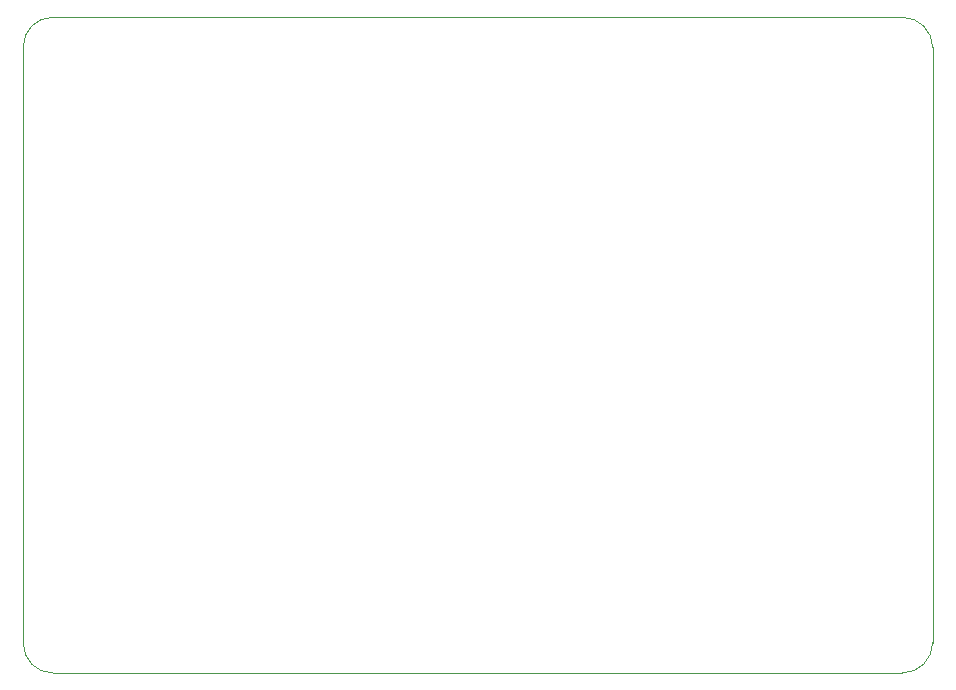
<source format=gm1>
%TF.GenerationSoftware,KiCad,Pcbnew,8.0.7*%
%TF.CreationDate,2025-03-15T15:07:21+02:00*%
%TF.ProjectId,LCD 14 Segment Tester,4c434420-3134-4205-9365-676d656e7420,V1*%
%TF.SameCoordinates,Original*%
%TF.FileFunction,Profile,NP*%
%FSLAX46Y46*%
G04 Gerber Fmt 4.6, Leading zero omitted, Abs format (unit mm)*
G04 Created by KiCad (PCBNEW 8.0.7) date 2025-03-15 15:07:21*
%MOMM*%
%LPD*%
G01*
G04 APERTURE LIST*
%TA.AperFunction,Profile*%
%ADD10C,0.100000*%
%TD*%
G04 APERTURE END LIST*
D10*
X-2032000Y-2499415D02*
X-2032000Y48069500D01*
X72390000Y50546000D02*
G75*
G02*
X74952900Y47983085I0J-2562900D01*
G01*
X74952915Y-2413000D02*
G75*
G02*
X72390000Y-4975915I-2562915J0D01*
G01*
X444500Y-4975915D02*
G75*
G02*
X-2032000Y-2499415I0J2476500D01*
G01*
X-2032000Y48069500D02*
G75*
G02*
X444500Y50546000I2476500J0D01*
G01*
X444500Y50546000D02*
X72390000Y50546000D01*
X74952915Y-2413000D02*
X74952915Y47983085D01*
X72390000Y-4975915D02*
X444500Y-4975915D01*
M02*

</source>
